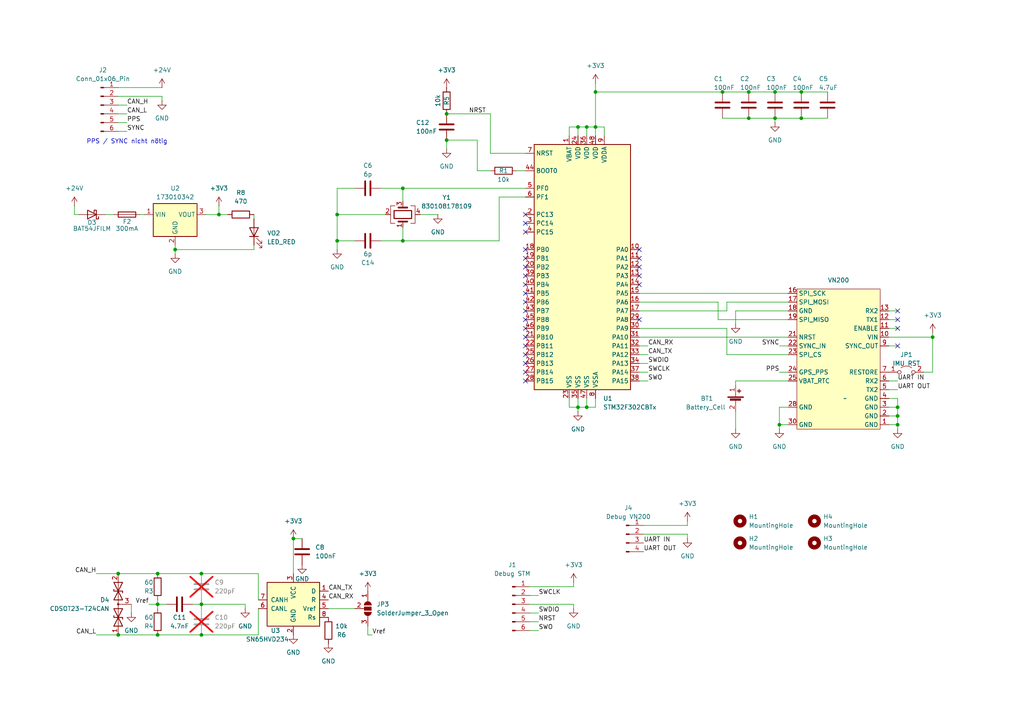
<source format=kicad_sch>
(kicad_sch (version 20231120) (generator "eeschema") (generator_version "8.0")
  (paper "A4")
  (lib_symbols
    (symbol "Connector:Conn_01x04_Pin" (pin_names (offset 1.016) hide)
      (property "Reference" "J" (at 0 5.08 0))
      (property "Value" "Conn_01x04_Pin" (at 0 -7.62 0))
      (symbol "Conn_01x04_Pin_1_1"
        (polyline (pts (xy 1.27 -5.08) (xy 0.8636 -5.08)) (stroke (width 0.1524)))
        (polyline (pts (xy 1.27 -2.54) (xy 0.8636 -2.54)) (stroke (width 0.1524)))
        (polyline (pts (xy 1.27 0) (xy 0.8636 0)) (stroke (width 0.1524)))
        (polyline (pts (xy 1.27 2.54) (xy 0.8636 2.54)) (stroke (width 0.1524)))
        (rectangle (start 0.8636 -4.953) (end 0 -5.207) (stroke (width 0.1524)) (fill (type outline)))
        (rectangle (start 0.8636 -2.413) (end 0 -2.667) (stroke (width 0.1524)) (fill (type outline)))
        (rectangle (start 0.8636 0.127) (end 0 -0.127) (stroke (width 0.1524)) (fill (type outline)))
        (rectangle (start 0.8636 2.667) (end 0 2.413) (stroke (width 0.1524)) (fill (type outline)))
        (pin passive line (at 5.08 2.54 180) (length 3.81) (name "Pin_1") (number "1"))
        (pin passive line (at 5.08 0 180) (length 3.81) (name "Pin_2") (number "2"))
        (pin passive line (at 5.08 -2.54 180) (length 3.81) (name "Pin_3") (number "3"))
        (pin passive line (at 5.08 -5.08 180) (length 3.81) (name "Pin_4") (number "4"))
      )
    )
    (symbol "Connector:Conn_01x06_Pin" (pin_names (offset 1.016) hide)
      (property "Reference" "J" (at 0 7.62 0))
      (property "Value" "Conn_01x06_Pin" (at 0 -10.16 0))
      (symbol "Conn_01x06_Pin_1_1"
        (polyline (pts (xy 1.27 -7.62) (xy 0.8636 -7.62)) (stroke (width 0.1524)))
        (polyline (pts (xy 1.27 -5.08) (xy 0.8636 -5.08)) (stroke (width 0.1524)))
        (polyline (pts (xy 1.27 -2.54) (xy 0.8636 -2.54)) (stroke (width 0.1524)))
        (polyline (pts (xy 1.27 0) (xy 0.8636 0)) (stroke (width 0.1524)))
        (polyline (pts (xy 1.27 2.54) (xy 0.8636 2.54)) (stroke (width 0.1524)))
        (polyline (pts (xy 1.27 5.08) (xy 0.8636 5.08)) (stroke (width 0.1524)))
        (rectangle (start 0.8636 -7.493) (end 0 -7.747) (stroke (width 0.1524)) (fill (type outline)))
        (rectangle (start 0.8636 -4.953) (end 0 -5.207) (stroke (width 0.1524)) (fill (type outline)))
        (rectangle (start 0.8636 -2.413) (end 0 -2.667) (stroke (width 0.1524)) (fill (type outline)))
        (rectangle (start 0.8636 0.127) (end 0 -0.127) (stroke (width 0.1524)) (fill (type outline)))
        (rectangle (start 0.8636 2.667) (end 0 2.413) (stroke (width 0.1524)) (fill (type outline)))
        (rectangle (start 0.8636 5.207) (end 0 4.953) (stroke (width 0.1524)) (fill (type outline)))
        (pin passive line (at 5.08 5.08 180) (length 3.81) (name "Pin_1") (number "1"))
        (pin passive line (at 5.08 2.54 180) (length 3.81) (name "Pin_2") (number "2"))
        (pin passive line (at 5.08 0 180) (length 3.81) (name "Pin_3") (number "3"))
        (pin passive line (at 5.08 -2.54 180) (length 3.81) (name "Pin_4") (number "4"))
        (pin passive line (at 5.08 -5.08 180) (length 3.81) (name "Pin_5") (number "5"))
        (pin passive line (at 5.08 -7.62 180) (length 3.81) (name "Pin_6") (number "6"))
      )
    )
    (symbol "Device:Battery_Cell" (pin_names (offset 0) hide)
      (property "Reference" "BT" (at 2.54 2.54 0))
      (property "Value" "Battery_Cell" (at 2.54 0 0))
      (symbol "Battery_Cell_0_1"
        (rectangle (start -2.286 1.778) (end 2.286 1.524) (fill (type outline)))
        (rectangle (start -1.5748 1.1938) (end 1.4732 0.6858) (fill (type outline)))
        (polyline (pts (xy 0 0.762) (xy 0 0)))
        (polyline (pts (xy 0 1.778) (xy 0 2.54)))
        (polyline (pts (xy 0.508 3.429) (xy 1.524 3.429)) (stroke (width 0.254)))
        (polyline (pts (xy 1.016 3.937) (xy 1.016 2.921)) (stroke (width 0.254)))
      )
      (symbol "Battery_Cell_1_1"
        (pin passive line (at 0 5.08 270) (length 2.54) (name "+") (number "1"))
        (pin passive line (at 0 -2.54 90) (length 2.54) (name "-") (number "2"))
      )
    )
    (symbol "Device:C" (pin_numbers hide) (pin_names (offset 0.254))
      (property "Reference" "C" (at 0.635 2.54 0))
      (property "Value" "C" (at 0.635 -2.54 0))
      (symbol "C_0_1"
        (polyline (pts (xy -2.032 -0.762) (xy 2.032 -0.762)) (stroke (width 0.508)))
        (polyline (pts (xy -2.032 0.762) (xy 2.032 0.762)) (stroke (width 0.508)))
      )
      (symbol "C_1_1"
        (pin passive line (at 0 3.81 270) (length 2.794) (name "~") (number "1"))
        (pin passive line (at 0 -3.81 90) (length 2.794) (name "~") (number "2"))
      )
    )
    (symbol "Device:D_Schottky" (pin_numbers hide) (pin_names (offset 1.016) hide)
      (property "Reference" "D" (at 0 2.54 0))
      (property "Value" "D_Schottky" (at 0 -2.54 0))
      (symbol "D_Schottky_0_1"
        (polyline (pts (xy 1.27 0) (xy -1.27 0)))
        (polyline (pts (xy 1.27 1.27) (xy 1.27 -1.27) (xy -1.27 0) (xy 1.27 1.27)) (stroke (width 0.254)))
        (polyline (pts (xy -1.905 0.635) (xy -1.905 1.27) (xy -1.27 1.27) (xy -1.27 -1.27) (xy -0.635 -1.27) (xy -0.635 -0.635)) (stroke (width 0.254)))
      )
      (symbol "D_Schottky_1_1"
        (pin passive line (at -3.81 0 0) (length 2.54) (name "K") (number "1"))
        (pin passive line (at 3.81 0 180) (length 2.54) (name "A") (number "2"))
      )
    )
    (symbol "Device:D_TVS_Dual_AAC" (pin_names (offset 1.016) hide)
      (property "Reference" "D" (at 0 4.445 0))
      (property "Value" "D_TVS_Dual_AAC" (at 0 2.54 0))
      (symbol "D_TVS_Dual_AAC_0_0"
        (polyline (pts (xy 0 -1.27) (xy 0 0)))
      )
      (symbol "D_TVS_Dual_AAC_0_1"
        (polyline (pts (xy -6.35 0) (xy 6.35 0)))
        (polyline (pts (xy -3.302 1.27) (xy -3.81 1.27) (xy -3.81 -1.27) (xy -4.318 -1.27)) (stroke (width 0.254)))
        (polyline (pts (xy 4.318 1.27) (xy 3.81 1.27) (xy 3.81 -1.27) (xy 3.302 -1.27)) (stroke (width 0.254)))
        (polyline (pts (xy -6.35 1.27) (xy -1.27 -1.27) (xy -1.27 1.27) (xy -6.35 -1.27) (xy -6.35 1.27)) (stroke (width 0.254)))
        (polyline (pts (xy 6.35 1.27) (xy 1.27 -1.27) (xy 1.27 1.27) (xy 6.35 -1.27) (xy 6.35 1.27)) (stroke (width 0.254)))
        (circle (center 0 0) (radius 0.254) (fill (type outline)))
      )
      (symbol "D_TVS_Dual_AAC_1_1"
        (pin passive line (at -8.89 0 0) (length 2.54) (name "A1") (number "1"))
        (pin passive line (at 8.89 0 180) (length 2.54) (name "A2") (number "2"))
        (pin input line (at 0 -3.81 90) (length 2.54) (name "common") (number "3"))
      )
    )
    (symbol "Device:Fuse" (pin_numbers hide) (pin_names (offset 0))
      (property "Reference" "F" (at 2.032 0 90))
      (property "Value" "Fuse" (at -1.905 0 90))
      (symbol "Fuse_0_1"
        (rectangle (start -0.762 -2.54) (end 0.762 2.54) (stroke (width 0.254)))
        (polyline (pts (xy 0 2.54) (xy 0 -2.54)))
      )
      (symbol "Fuse_1_1"
        (pin passive line (at 0 3.81 270) (length 1.27) (name "~") (number "1"))
        (pin passive line (at 0 -3.81 90) (length 1.27) (name "~") (number "2"))
      )
    )
    (symbol "Device:LED" (pin_numbers hide) (pin_names (offset 1.016) hide)
      (property "Reference" "D" (at 0 2.54 0))
      (property "Value" "LED" (at 0 -2.54 0))
      (symbol "LED_0_1"
        (polyline (pts (xy -1.27 -1.27) (xy -1.27 1.27)) (stroke (width 0.254)))
        (polyline (pts (xy -1.27 0) (xy 1.27 0)))
        (polyline (pts (xy 1.27 -1.27) (xy 1.27 1.27) (xy -1.27 0) (xy 1.27 -1.27)) (stroke (width 0.254)))
        (polyline (pts (xy -3.048 -0.762) (xy -4.572 -2.286) (xy -3.81 -2.286) (xy -4.572 -2.286) (xy -4.572 -1.524)))
        (polyline (pts (xy -1.778 -0.762) (xy -3.302 -2.286) (xy -2.54 -2.286) (xy -3.302 -2.286) (xy -3.302 -1.524)))
      )
      (symbol "LED_1_1"
        (pin passive line (at -3.81 0 0) (length 2.54) (name "K") (number "1"))
        (pin passive line (at 3.81 0 180) (length 2.54) (name "A") (number "2"))
      )
    )
    (symbol "Device:R" (pin_numbers hide) (pin_names (offset 0))
      (property "Reference" "R" (at 2.032 0 90))
      (property "Value" "R" (at 0 0 90))
      (symbol "R_0_1"
        (rectangle (start -1.016 -2.54) (end 1.016 2.54) (stroke (width 0.254)))
      )
      (symbol "R_1_1"
        (pin passive line (at 0 3.81 270) (length 1.27) (name "~") (number "1"))
        (pin passive line (at 0 -3.81 90) (length 1.27) (name "~") (number "2"))
      )
    )
    (symbol "FaSTTUBe_Crystals:830108178109" (pin_names (offset 1.016) hide)
      (property "Reference" "Y" (at 3.175 5.08 0))
      (property "Value" "830108178109" (at 3.175 3.175 0))
      (symbol "830108178109_0_1"
        (rectangle (start -1.143 2.54) (end 1.143 -2.54) (stroke (width 0.3048)))
        (polyline (pts (xy -2.54 0) (xy -2.032 0)))
        (polyline (pts (xy -2.032 -1.27) (xy -2.032 1.27)) (stroke (width 0.508)))
        (polyline (pts (xy 0 -3.81) (xy 0 -3.556)))
        (polyline (pts (xy 0 3.556) (xy 0 3.81)))
        (polyline (pts (xy 2.032 -1.27) (xy 2.032 1.27)) (stroke (width 0.508)))
        (polyline (pts (xy 2.032 0) (xy 2.54 0)))
        (polyline (pts (xy -2.54 -2.286) (xy -2.54 -3.556) (xy 2.54 -3.556) (xy 2.54 -2.286)))
        (polyline (pts (xy -2.54 2.286) (xy -2.54 3.556) (xy 2.54 3.556) (xy 2.54 2.286)))
      )
      (symbol "830108178109_1_1"
        (pin passive line (at -3.81 0 0) (length 1.27) (name "1") (number "1"))
        (pin passive line (at 0 5.08 270) (length 1.27) (name "2") (number "2"))
        (pin passive line (at 3.81 0 180) (length 1.27) (name "3") (number "3"))
        (pin passive line (at 0 -5.08 90) (length 1.27) (name "4") (number "4"))
      )
    )
    (symbol "FaSTTUBe_Voltage_Regulators:173010342"
      (property "Reference" "U" (at -1.27 7.874 0))
      (property "Value" "173010342" (at -5.588 6.096 0))
      (symbol "173010342_0_1"
        (rectangle (start -6.35 4.445) (end 6.35 -5.08) (stroke (width 0.254)) (fill (type background)))
      )
      (symbol "173010342_1_1"
        (pin power_in line (at -8.89 1.27 0) (length 2.54) (name "VIN") (number "1"))
        (pin power_in line (at 0 -7.62 90) (length 2.54) (name "GND") (number "2"))
        (pin power_out line (at 8.89 1.27 180) (length 2.54) (name "VOUT") (number "3"))
      )
    )
    (symbol "GND_2" (power) (pin_numbers hide) (pin_names (offset 0) hide)
      (property "Value" "GND" (at 0 -3.81 0))
      (symbol "GND_2_0_1"
        (polyline (pts (xy 0 0) (xy 0 -1.27) (xy 1.27 -1.27) (xy 0 -2.54) (xy -1.27 -1.27) (xy 0 -1.27)))
      )
      (symbol "GND_2_1_1"
        (pin power_in line (at 0 0 270) (length 0) (name "~") (number "1"))
      )
    )
    (symbol "IMUs:VN-200"
      (property "Reference" "VN200" (at -0.635 22.86 0))
      (property "Value" "~" (at 1.27 -11.43 0))
      (symbol "VN-200_1_1"
        (rectangle (start -12.7 20.32) (end 11.43 -20.32) (fill (type background)))
        (pin power_in line (at 13.97 -19.05 180) (length 2.54) (name "GND") (number "1"))
        (pin power_in line (at 13.97 6.35 180) (length 2.54) (name "VIN") (number "10"))
        (pin input line (at 13.97 8.89 180) (length 2.54) (name "ENABLE") (number "11"))
        (pin output line (at 13.97 11.43 180) (length 2.54) (name "TX1") (number "12"))
        (pin input line (at 13.97 13.97 180) (length 2.54) (name "RX2") (number "13"))
        (pin input line (at -15.24 19.05 0) (length 2.54) (name "SPI_SCK") (number "16"))
        (pin input line (at -15.24 16.51 0) (length 2.54) (name "SPI_MOSI") (number "17"))
        (pin power_in line (at -15.24 13.97 0) (length 2.54) (name "GND") (number "18"))
        (pin output line (at -15.24 11.43 0) (length 2.54) (name "SPI_MISO") (number "19"))
        (pin power_in line (at 13.97 -16.51 180) (length 2.54) (name "GND") (number "2"))
        (pin input line (at -15.24 6.35 0) (length 2.54) (name "NRST") (number "21"))
        (pin input line (at -15.24 3.81 0) (length 2.54) (name "SYNC_IN") (number "22"))
        (pin input line (at -15.24 1.27 0) (length 2.54) (name "SPI_CS") (number "23"))
        (pin output line (at -15.24 -3.81 0) (length 2.54) (name "GPS_PPS") (number "24"))
        (pin power_in line (at -15.24 -6.35 0) (length 2.54) (name "VBAT_RTC") (number "25"))
        (pin power_in line (at -15.24 -13.97 0) (length 2.54) (name "GND") (number "28"))
        (pin power_in line (at 13.97 -13.97 180) (length 2.54) (name "GND") (number "3"))
        (pin power_in line (at -15.24 -19.05 0) (length 2.54) (name "GND") (number "30"))
        (pin power_in line (at 13.97 -11.43 180) (length 2.54) (name "GND") (number "4"))
        (pin output line (at 13.97 -8.89 180) (length 2.54) (name "TX2") (number "5"))
        (pin input line (at 13.97 -6.35 180) (length 2.54) (name "RX2") (number "6"))
        (pin input line (at 13.97 -3.81 180) (length 2.54) (name "RESTORE") (number "7"))
        (pin output line (at 13.97 3.81 180) (length 2.54) (name "SYNC_OUT") (number "9"))
      )
    )
    (symbol "Interface_CAN_LIN:SN65HVD231" (pin_names (offset 1.016))
      (property "Reference" "U" (at -2.54 10.16 0))
      (property "Value" "SN65HVD231" (at -2.54 7.62 0))
      (symbol "SN65HVD231_0_1"
        (rectangle (start -7.62 5.08) (end 7.62 -7.62) (stroke (width 0.254)) (fill (type background)))
      )
      (symbol "SN65HVD231_1_1"
        (pin input line (at -10.16 2.54 0) (length 2.54) (name "D") (number "1"))
        (pin power_in line (at 0 -10.16 90) (length 2.54) (name "GND") (number "2"))
        (pin power_in line (at 0 7.62 270) (length 2.54) (name "VCC") (number "3"))
        (pin output line (at -10.16 0 0) (length 2.54) (name "R") (number "4"))
        (pin output line (at -10.16 -2.54 0) (length 2.54) (name "Vref") (number "5"))
        (pin bidirectional line (at 10.16 -2.54 180) (length 2.54) (name "CANL") (number "6"))
        (pin bidirectional line (at 10.16 0 180) (length 2.54) (name "CANH") (number "7"))
        (pin input line (at -10.16 -5.08 0) (length 2.54) (name "Rs") (number "8"))
      )
    )
    (symbol "Jumper:Jumper_2_Open" (pin_names (offset 0) hide)
      (property "Reference" "JP" (at 0 2.794 0))
      (property "Value" "Jumper_2_Open" (at 0 -2.286 0))
      (symbol "Jumper_2_Open_0_0"
        (circle (center -2.032 0) (radius 0.508))
        (circle (center 2.032 0) (radius 0.508))
      )
      (symbol "Jumper_2_Open_0_1"
        (arc (start 1.524 1.27) (mid 0 1.778) (end -1.524 1.27))
      )
      (symbol "Jumper_2_Open_1_1"
        (pin passive line (at -5.08 0 0) (length 2.54) (name "A") (number "1"))
        (pin passive line (at 5.08 0 180) (length 2.54) (name "B") (number "2"))
      )
    )
    (symbol "Jumper:SolderJumper_3_Open" (pin_names (offset 0) hide)
      (property "Reference" "JP" (at -2.54 -2.54 0))
      (property "Value" "SolderJumper_3_Open" (at 0 2.794 0))
      (symbol "SolderJumper_3_Open_0_1"
        (arc (start -1.016 1.016) (mid -2.0276 0) (end -1.016 -1.016))
        (arc (start -1.016 1.016) (mid -2.0276 0) (end -1.016 -1.016) (fill (type outline)))
        (rectangle (start -0.508 1.016) (end 0.508 -1.016) (fill (type outline)))
        (polyline (pts (xy -2.54 0) (xy -2.032 0)))
        (polyline (pts (xy -1.016 1.016) (xy -1.016 -1.016)))
        (polyline (pts (xy 0 -1.27) (xy 0 -1.016)))
        (polyline (pts (xy 1.016 1.016) (xy 1.016 -1.016)))
        (polyline (pts (xy 2.54 0) (xy 2.032 0)))
        (arc (start 1.016 -1.016) (mid 2.0276 0) (end 1.016 1.016))
        (arc (start 1.016 -1.016) (mid 2.0276 0) (end 1.016 1.016) (fill (type outline)))
      )
      (symbol "SolderJumper_3_Open_1_1"
        (pin passive line (at -5.08 0 0) (length 2.54) (name "A") (number "1"))
        (pin passive line (at 0 -3.81 90) (length 2.54) (name "C") (number "2"))
        (pin passive line (at 5.08 0 180) (length 2.54) (name "B") (number "3"))
      )
    )
    (symbol "MCU_ST_STM32F3:STM32F302CBTx"
      (property "Reference" "U" (at -15.24 36.83 0))
      (property "Value" "STM32F302CBTx" (at 7.62 36.83 0))
      (symbol "STM32F302CBTx_0_1"
        (rectangle (start -15.24 -35.56) (end 12.7 35.56) (stroke (width 0.254)) (fill (type background)))
      )
      (symbol "STM32F302CBTx_1_1"
        (pin power_in line (at -5.08 38.1 270) (length 2.54) (name "VBAT") (number "1"))
        (pin bidirectional line (at 15.24 5.08 180) (length 2.54) (name "PA0") (number "10"))
        (pin bidirectional line (at 15.24 2.54 180) (length 2.54) (name "PA1") (number "11"))
        (pin bidirectional line (at 15.24 0 180) (length 2.54) (name "PA2") (number "12"))
        (pin bidirectional line (at 15.24 -2.54 180) (length 2.54) (name "PA3") (number "13"))
        (pin bidirectional line (at 15.24 -5.08 180) (length 2.54) (name "PA4") (number "14"))
        (pin bidirectional line (at 15.24 -7.62 180) (length 2.54) (name "PA5") (number "15"))
        (pin bidirectional line (at 15.24 -10.16 180) (length 2.54) (name "PA6") (number "16"))
        (pin bidirectional line (at 15.24 -12.7 180) (length 2.54) (name "PA7") (number "17"))
        (pin bidirectional line (at -17.78 5.08 0) (length 2.54) (name "PB0") (number "18"))
        (pin bidirectional line (at -17.78 2.54 0) (length 2.54) (name "PB1") (number "19"))
        (pin bidirectional line (at -17.78 15.24 0) (length 2.54) (name "PC13") (number "2"))
        (pin bidirectional line (at -17.78 0 0) (length 2.54) (name "PB2") (number "20"))
        (pin bidirectional line (at -17.78 -20.32 0) (length 2.54) (name "PB10") (number "21"))
        (pin bidirectional line (at -17.78 -22.86 0) (length 2.54) (name "PB11") (number "22"))
        (pin power_in line (at -5.08 -38.1 90) (length 2.54) (name "VSS") (number "23"))
        (pin power_in line (at -2.54 38.1 270) (length 2.54) (name "VDD") (number "24"))
        (pin bidirectional line (at -17.78 -25.4 0) (length 2.54) (name "PB12") (number "25"))
        (pin bidirectional line (at -17.78 -27.94 0) (length 2.54) (name "PB13") (number "26"))
        (pin bidirectional line (at -17.78 -30.48 0) (length 2.54) (name "PB14") (number "27"))
        (pin bidirectional line (at -17.78 -33.02 0) (length 2.54) (name "PB15") (number "28"))
        (pin bidirectional line (at 15.24 -15.24 180) (length 2.54) (name "PA8") (number "29"))
        (pin bidirectional line (at -17.78 12.7 0) (length 2.54) (name "PC14") (number "3"))
        (pin bidirectional line (at 15.24 -17.78 180) (length 2.54) (name "PA9") (number "30"))
        (pin bidirectional line (at 15.24 -20.32 180) (length 2.54) (name "PA10") (number "31"))
        (pin bidirectional line (at 15.24 -22.86 180) (length 2.54) (name "PA11") (number "32"))
        (pin bidirectional line (at 15.24 -25.4 180) (length 2.54) (name "PA12") (number "33"))
        (pin bidirectional line (at 15.24 -27.94 180) (length 2.54) (name "PA13") (number "34"))
        (pin power_in line (at -2.54 -38.1 90) (length 2.54) (name "VSS") (number "35"))
        (pin power_in line (at 0 38.1 270) (length 2.54) (name "VDD") (number "36"))
        (pin bidirectional line (at 15.24 -30.48 180) (length 2.54) (name "PA14") (number "37"))
        (pin bidirectional line (at 15.24 -33.02 180) (length 2.54) (name "PA15") (number "38"))
        (pin bidirectional line (at -17.78 -2.54 0) (length 2.54) (name "PB3") (number "39"))
        (pin bidirectional line (at -17.78 10.16 0) (length 2.54) (name "PC15") (number "4"))
        (pin bidirectional line (at -17.78 -5.08 0) (length 2.54) (name "PB4") (number "40"))
        (pin bidirectional line (at -17.78 -7.62 0) (length 2.54) (name "PB5") (number "41"))
        (pin bidirectional line (at -17.78 -10.16 0) (length 2.54) (name "PB6") (number "42"))
        (pin bidirectional line (at -17.78 -12.7 0) (length 2.54) (name "PB7") (number "43"))
        (pin input line (at -17.78 27.94 0) (length 2.54) (name "BOOT0") (number "44"))
        (pin bidirectional line (at -17.78 -15.24 0) (length 2.54) (name "PB8") (number "45"))
        (pin bidirectional line (at -17.78 -17.78 0) (length 2.54) (name "PB9") (number "46"))
        (pin power_in line (at 0 -38.1 90) (length 2.54) (name "VSS") (number "47"))
        (pin power_in line (at 2.54 38.1 270) (length 2.54) (name "VDD") (number "48"))
        (pin input line (at -17.78 22.86 0) (length 2.54) (name "PF0") (number "5"))
        (pin input line (at -17.78 20.32 0) (length 2.54) (name "PF1") (number "6"))
        (pin input line (at -17.78 33.02 0) (length 2.54) (name "NRST") (number "7"))
        (pin power_in line (at 2.54 -38.1 90) (length 2.54) (name "VSSA") (number "8"))
        (pin power_in line (at 5.08 38.1 270) (length 2.54) (name "VDDA") (number "9"))
      )
    )
    (symbol "Mechanical:MountingHole" (pin_names (offset 1.016)) (exclude_from_sim yes) (in_bom no)
      (property "Reference" "H" (at 0 5.08 0))
      (property "Value" "MountingHole" (at 0 3.175 0))
      (symbol "MountingHole_0_1"
        (circle (center 0 0) (radius 1.27) (stroke (width 1.27)))
      )
    )
    (symbol "power:+24V" (power) (pin_numbers hide) (pin_names (offset 0) hide)
      (property "Value" "+24V" (at 0 3.556 0))
      (symbol "+24V_0_1"
        (polyline (pts (xy -0.762 1.27) (xy 0 2.54)))
        (polyline (pts (xy 0 0) (xy 0 2.54)))
        (polyline (pts (xy 0 2.54) (xy 0.762 1.27)))
      )
      (symbol "+24V_1_1"
        (pin power_in line (at 0 0 90) (length 0) (name "~") (number "1"))
      )
    )
    (symbol "power:+3V3" (power) (pin_numbers hide) (pin_names (offset 0) hide)
      (property "Value" "+3V3" (at 0 3.556 0))
      (symbol "+3V3_0_1"
        (polyline (pts (xy -0.762 1.27) (xy 0 2.54)))
        (polyline (pts (xy 0 0) (xy 0 2.54)))
        (polyline (pts (xy 0 2.54) (xy 0.762 1.27)))
      )
      (symbol "+3V3_1_1"
        (pin power_in line (at 0 0 90) (length 0) (name "~") (number "1"))
      )
    )
  )
  (junction (at 129.54 33.02))
  (junction (at 217.17 34.29))
  (junction (at 170.18 36.83))
  (junction (at 45.72 184.15))
  (junction (at 226.06 123.19))
  (junction (at 34.29 166.37))
  (junction (at 172.72 36.83))
  (junction (at 170.18 118.11))
  (junction (at 45.72 166.37))
  (junction (at 172.72 26.67))
  (junction (at 45.72 175.26))
  (junction (at 167.64 118.11))
  (junction (at 58.42 175.26))
  (junction (at 50.8 72.39))
  (junction (at 260.35 123.19))
  (junction (at 58.42 184.15))
  (junction (at 167.64 36.83))
  (junction (at 129.54 40.64))
  (junction (at 97.79 69.85))
  (junction (at 224.79 26.67))
  (junction (at 270.51 97.79))
  (junction (at 34.29 184.15))
  (junction (at 85.09 156.21))
  (junction (at 217.17 26.67))
  (junction (at 232.41 26.67))
  (junction (at 209.55 26.67))
  (junction (at 224.79 34.29))
  (junction (at 116.84 54.61))
  (junction (at 260.35 120.65))
  (junction (at 260.35 118.11))
  (junction (at 97.79 62.23))
  (junction (at 58.42 166.37))
  (junction (at 63.5 62.23))
  (junction (at 116.84 69.85))
  (junction (at 232.41 34.29))
  (no_connect (at 152.4 105.41))
  (no_connect (at 152.4 74.93))
  (no_connect (at 152.4 102.87))
  (no_connect (at 185.42 77.47))
  (no_connect (at 152.4 110.49))
  (no_connect (at 260.35 90.17))
  (no_connect (at 152.4 92.71))
  (no_connect (at 152.4 100.33))
  (no_connect (at 152.4 95.25))
  (no_connect (at 152.4 87.63))
  (no_connect (at 152.4 80.01))
  (no_connect (at 260.35 100.33))
  (no_connect (at 152.4 62.23))
  (no_connect (at 152.4 64.77))
  (no_connect (at 152.4 67.31))
  (no_connect (at 185.42 92.71))
  (no_connect (at 152.4 77.47))
  (no_connect (at 185.42 80.01))
  (no_connect (at 152.4 107.95))
  (no_connect (at 185.42 74.93))
  (no_connect (at 152.4 72.39))
  (no_connect (at 152.4 90.17))
  (no_connect (at 152.4 85.09))
  (no_connect (at 185.42 82.55))
  (no_connect (at 185.42 72.39))
  (no_connect (at 260.35 92.71))
  (no_connect (at 152.4 82.55))
  (no_connect (at 152.4 97.79))
  (no_connect (at 260.35 95.25))
  (wire (pts (xy 106.68 184.15) (xy 106.68 181.61)))
  (wire (pts (xy 116.84 69.85) (xy 144.78 69.85)))
  (wire (pts (xy 138.43 49.53) (xy 142.24 49.53)))
  (wire (pts (xy 260.35 123.19) (xy 260.35 120.65)))
  (wire (pts (xy 210.82 102.87) (xy 228.6 102.87)))
  (wire (pts (xy 74.93 173.99) (xy 74.93 166.37)))
  (wire (pts (xy 45.72 184.15) (xy 58.42 184.15)))
  (wire (pts (xy 210.82 87.63) (xy 228.6 87.63)))
  (wire (pts (xy 74.93 166.37) (xy 58.42 166.37)))
  (wire (pts (xy 73.66 72.39) (xy 73.66 71.12)))
  (wire (pts (xy 149.86 49.53) (xy 152.4 49.53)))
  (wire (pts (xy 170.18 36.83) (xy 170.18 39.37)))
  (wire (pts (xy 95.25 176.53) (xy 102.87 176.53)))
  (wire (pts (xy 186.69 154.94) (xy 199.39 154.94)))
  (wire (pts (xy 43.18 175.26) (xy 45.72 175.26)))
  (wire (pts (xy 142.24 44.45) (xy 152.4 44.45)))
  (wire (pts (xy 34.29 25.4) (xy 46.99 25.4)))
  (wire (pts (xy 121.92 62.23) (xy 127 62.23)))
  (wire (pts (xy 257.81 97.79) (xy 270.51 97.79)))
  (wire (pts (xy 185.42 95.25) (xy 210.82 95.25)))
  (wire (pts (xy 116.84 54.61) (xy 116.84 58.42)))
  (wire (pts (xy 170.18 36.83) (xy 172.72 36.83)))
  (wire (pts (xy 97.79 62.23) (xy 111.76 62.23)))
  (wire (pts (xy 217.17 34.29) (xy 224.79 34.29)))
  (wire (pts (xy 232.41 34.29) (xy 240.03 34.29)))
  (wire (pts (xy 170.18 118.11) (xy 170.18 115.57)))
  (wire (pts (xy 208.28 87.63) (xy 208.28 92.71)))
  (wire (pts (xy 260.35 100.33) (xy 257.81 100.33)))
  (wire (pts (xy 27.94 184.15) (xy 34.29 184.15)))
  (wire (pts (xy 97.79 69.85) (xy 97.79 72.39)))
  (wire (pts (xy 185.42 85.09) (xy 228.6 85.09)))
  (wire (pts (xy 199.39 154.94) (xy 199.39 156.21)))
  (wire (pts (xy 267.97 107.95) (xy 270.51 107.95)))
  (wire (pts (xy 270.51 107.95) (xy 270.51 97.79)))
  (wire (pts (xy 217.17 26.67) (xy 224.79 26.67)))
  (wire (pts (xy 34.29 166.37) (xy 45.72 166.37)))
  (wire (pts (xy 66.04 62.23) (xy 63.5 62.23)))
  (wire (pts (xy 50.8 73.66) (xy 50.8 72.39)))
  (wire (pts (xy 210.82 95.25) (xy 210.82 102.87)))
  (wire (pts (xy 73.66 63.5) (xy 73.66 62.23)))
  (wire (pts (xy 226.06 123.19) (xy 228.6 123.19)))
  (wire (pts (xy 199.39 151.13) (xy 199.39 152.4)))
  (wire (pts (xy 228.6 118.11) (xy 226.06 118.11)))
  (wire (pts (xy 46.99 29.21) (xy 46.99 27.94)))
  (wire (pts (xy 170.18 118.11) (xy 172.72 118.11)))
  (wire (pts (xy 50.8 72.39) (xy 73.66 72.39)))
  (wire (pts (xy 172.72 118.11) (xy 172.72 115.57)))
  (wire (pts (xy 165.1 36.83) (xy 167.64 36.83)))
  (wire (pts (xy 27.94 166.37) (xy 34.29 166.37)))
  (wire (pts (xy 185.42 90.17) (xy 210.82 90.17)))
  (wire (pts (xy 224.79 26.67) (xy 232.41 26.67)))
  (wire (pts (xy 232.41 26.67) (xy 240.03 26.67)))
  (wire (pts (xy 187.96 100.33) (xy 185.42 100.33)))
  (wire (pts (xy 50.8 72.39) (xy 50.8 71.12)))
  (wire (pts (xy 167.64 36.83) (xy 167.64 39.37)))
  (wire (pts (xy 85.09 156.21) (xy 85.09 166.37)))
  (wire (pts (xy 187.96 105.41) (xy 185.42 105.41)))
  (wire (pts (xy 260.35 90.17) (xy 257.81 90.17)))
  (wire (pts (xy 153.67 175.26) (xy 166.37 175.26)))
  (wire (pts (xy 187.96 110.49) (xy 185.42 110.49)))
  (wire (pts (xy 45.72 166.37) (xy 58.42 166.37)))
  (wire (pts (xy 187.96 107.95) (xy 185.42 107.95)))
  (wire (pts (xy 36.83 35.56) (xy 34.29 35.56)))
  (wire (pts (xy 74.93 176.53) (xy 74.93 184.15)))
  (wire (pts (xy 85.09 156.21) (xy 87.63 156.21)))
  (wire (pts (xy 116.84 66.04) (xy 116.84 69.85)))
  (wire (pts (xy 129.54 43.18) (xy 129.54 40.64)))
  (wire (pts (xy 175.26 36.83) (xy 175.26 39.37)))
  (wire (pts (xy 228.6 90.17) (xy 213.36 90.17)))
  (wire (pts (xy 172.72 36.83) (xy 172.72 39.37)))
  (wire (pts (xy 257.81 95.25) (xy 260.35 95.25)))
  (wire (pts (xy 21.59 62.23) (xy 22.86 62.23)))
  (wire (pts (xy 213.36 110.49) (xy 228.6 110.49)))
  (wire (pts (xy 97.79 62.23) (xy 97.79 69.85)))
  (wire (pts (xy 107.95 184.15) (xy 106.68 184.15)))
  (wire (pts (xy 213.36 111.76) (xy 213.36 110.49)))
  (wire (pts (xy 63.5 59.69) (xy 63.5 62.23)))
  (wire (pts (xy 129.54 40.64) (xy 138.43 40.64)))
  (wire (pts (xy 260.35 92.71) (xy 257.81 92.71)))
  (wire (pts (xy 138.43 40.64) (xy 138.43 49.53)))
  (wire (pts (xy 213.36 119.38) (xy 213.36 124.46)))
  (wire (pts (xy 185.42 87.63) (xy 208.28 87.63)))
  (wire (pts (xy 46.99 27.94) (xy 34.29 27.94)))
  (wire (pts (xy 226.06 100.33) (xy 228.6 100.33)))
  (wire (pts (xy 224.79 34.29) (xy 232.41 34.29)))
  (wire (pts (xy 40.64 62.23) (xy 41.91 62.23)))
  (wire (pts (xy 36.83 30.48) (xy 34.29 30.48)))
  (wire (pts (xy 144.78 57.15) (xy 152.4 57.15)))
  (wire (pts (xy 36.83 33.02) (xy 34.29 33.02)))
  (wire (pts (xy 71.12 176.53) (xy 71.12 175.26)))
  (wire (pts (xy 34.29 184.15) (xy 45.72 184.15)))
  (wire (pts (xy 59.69 62.23) (xy 63.5 62.23)))
  (wire (pts (xy 110.49 54.61) (xy 116.84 54.61)))
  (wire (pts (xy 224.79 35.56) (xy 224.79 34.29)))
  (wire (pts (xy 260.35 120.65) (xy 260.35 118.11)))
  (wire (pts (xy 210.82 90.17) (xy 210.82 87.63)))
  (wire (pts (xy 213.36 90.17) (xy 213.36 93.98)))
  (wire (pts (xy 166.37 168.91) (xy 166.37 170.18)))
  (wire (pts (xy 226.06 107.95) (xy 228.6 107.95)))
  (wire (pts (xy 167.64 36.83) (xy 170.18 36.83)))
  (wire (pts (xy 260.35 124.46) (xy 260.35 123.19)))
  (wire (pts (xy 142.24 33.02) (xy 129.54 33.02)))
  (wire (pts (xy 172.72 26.67) (xy 172.72 36.83)))
  (wire (pts (xy 110.49 69.85) (xy 116.84 69.85)))
  (wire (pts (xy 167.64 119.38) (xy 167.64 118.11)))
  (wire (pts (xy 142.24 44.45) (xy 142.24 33.02)))
  (wire (pts (xy 172.72 26.67) (xy 209.55 26.67)))
  (wire (pts (xy 187.96 102.87) (xy 185.42 102.87)))
  (wire (pts (xy 172.72 24.13) (xy 172.72 26.67)))
  (wire (pts (xy 257.81 120.65) (xy 260.35 120.65)))
  (wire (pts (xy 55.88 175.26) (xy 58.42 175.26)))
  (wire (pts (xy 97.79 69.85) (xy 102.87 69.85)))
  (wire (pts (xy 208.28 92.71) (xy 228.6 92.71)))
  (wire (pts (xy 97.79 54.61) (xy 97.79 62.23)))
  (wire (pts (xy 45.72 173.99) (xy 45.72 175.26)))
  (wire (pts (xy 226.06 124.46) (xy 226.06 123.19)))
  (wire (pts (xy 116.84 54.61) (xy 152.4 54.61)))
  (wire (pts (xy 153.67 177.8) (xy 156.21 177.8)))
  (wire (pts (xy 260.35 113.03) (xy 257.81 113.03)))
  (wire (pts (xy 257.81 123.19) (xy 260.35 123.19)))
  (wire (pts (xy 165.1 118.11) (xy 165.1 115.57)))
  (wire (pts (xy 45.72 176.53) (xy 45.72 175.26)))
  (wire (pts (xy 199.39 152.4) (xy 186.69 152.4)))
  (wire (pts (xy 165.1 118.11) (xy 167.64 118.11)))
  (wire (pts (xy 144.78 69.85) (xy 144.78 57.15)))
  (wire (pts (xy 209.55 34.29) (xy 217.17 34.29)))
  (wire (pts (xy 36.83 38.1) (xy 34.29 38.1)))
  (wire (pts (xy 45.72 175.26) (xy 48.26 175.26)))
  (wire (pts (xy 175.26 36.83) (xy 172.72 36.83)))
  (wire (pts (xy 167.64 118.11) (xy 167.64 115.57)))
  (wire (pts (xy 74.93 184.15) (xy 58.42 184.15)))
  (wire (pts (xy 165.1 36.83) (xy 165.1 39.37)))
  (wire (pts (xy 58.42 173.99) (xy 58.42 175.26)))
  (wire (pts (xy 166.37 175.26) (xy 166.37 176.53)))
  (wire (pts (xy 21.59 59.69) (xy 21.59 62.23)))
  (wire (pts (xy 226.06 118.11) (xy 226.06 123.19)))
  (wire (pts (xy 156.21 172.72) (xy 153.67 172.72)))
  (wire (pts (xy 102.87 54.61) (xy 97.79 54.61)))
  (wire (pts (xy 167.64 118.11) (xy 170.18 118.11)))
  (wire (pts (xy 153.67 182.88) (xy 156.21 182.88)))
  (wire (pts (xy 71.12 175.26) (xy 58.42 175.26)))
  (wire (pts (xy 260.35 115.57) (xy 257.81 115.57)))
  (wire (pts (xy 257.81 118.11) (xy 260.35 118.11)))
  (wire (pts (xy 185.42 97.79) (xy 228.6 97.79)))
  (wire (pts (xy 260.35 110.49) (xy 257.81 110.49)))
  (wire (pts (xy 38.1 175.26) (xy 38.1 177.8)))
  (wire (pts (xy 58.42 176.53) (xy 58.42 175.26)))
  (wire (pts (xy 270.51 96.52) (xy 270.51 97.79)))
  (wire (pts (xy 30.48 62.23) (xy 33.02 62.23)))
  (wire (pts (xy 166.37 170.18) (xy 153.67 170.18)))
  (wire (pts (xy 260.35 118.11) (xy 260.35 115.57)))
  (wire (pts (xy 209.55 26.67) (xy 217.17 26.67)))
  (wire (pts (xy 153.67 180.34) (xy 156.21 180.34)))
  (text "PPS / SYNC nicht nötig" (at 36.83 41.148 0) (effects (font (size 1.27 1.27))))
  (label "Vref" (at 107.95 184.15 0))
  (label "NRST" (at 156.21 180.34 0))
  (label "CAN_TX" (at 95.25 171.45 0))
  (label "CAN_L" (at 36.83 33.02 0))
  (label "SWO" (at 156.21 182.88 0))
  (label "SWCLK" (at 156.21 172.72 0))
  (label "CAN_H" (at 27.94 166.37 180))
  (label "SYNC" (at 226.06 100.33 180))
  (label "UART IN" (at 260.35 110.49 0))
  (label "PPS" (at 36.83 35.56 0))
  (label "PPS" (at 226.06 107.95 180))
  (label "Vref" (at 43.18 175.26 180))
  (label "CAN_L" (at 27.94 184.15 180))
  (label "SWCLK" (at 187.96 107.95 0))
  (label "CAN_H" (at 36.83 30.48 0))
  (label "UART OUT" (at 260.35 113.03 0))
  (label "SYNC" (at 36.83 38.1 0))
  (label "SWDIO" (at 156.21 177.8 0))
  (label "CAN_RX" (at 95.25 173.99 0))
  (label "CAN_TX" (at 187.96 102.87 0))
  (label "UART OUT" (at 186.69 160.02 0))
  (label "CAN_RX" (at 187.96 100.33 0))
  (label "NRST" (at 140.97 33.02 180))
  (label "UART IN" (at 186.69 157.48 0))
  (label "SWDIO" (at 187.96 105.41 0))
  (label "SWO" (at 187.96 110.49 0))
  (symbol (lib_id "Device:C") (at 232.41 30.48 0) (unit 1)
    (property "Reference" "C4" (at 229.87 22.86 0) (effects (justify left)))
    (property "Value" "100nF" (at 229.87 25.4 0) (effects (justify left)))
    (property "Footprint" "Capacitor_SMD:C_0603_1608Metric_Pad1.08x0.95mm_HandSolder" (effects (hide yes)))
  )
  (symbol (lib_id "Device:C") (at 58.42 170.18 0) (unit 1) (dnp yes)
    (property "Reference" "C9" (at 62.23 168.91 0) (effects (justify left)))
    (property "Value" "220pF" (at 62.23 171.45 0) (effects (justify left)))
    (property "Footprint" "Capacitor_SMD:C_0603_1608Metric_Pad1.08x0.95mm_HandSolder" (effects (hide yes)))
  )
  (symbol (lib_id "Device:C") (at 87.63 160.02 0) (unit 1)
    (property "Reference" "C8" (at 91.44 158.75 0) (effects (justify left)))
    (property "Value" "100nF" (at 91.44 161.29 0) (effects (justify left)))
    (property "Footprint" "Capacitor_SMD:C_0603_1608Metric_Pad1.08x0.95mm_HandSolder" (effects (hide yes)))
  )
  (symbol (lib_id "Device:R") (at 129.54 29.21 0) (unit 1)
    (property "Reference" "R5" (at 129.54 29.21 90))
    (property "Value" "10k" (at 127 29.21 90))
    (property "Footprint" "Resistor_SMD:R_0603_1608Metric_Pad0.98x0.95mm_HandSolder" (effects (hide yes)))
  )
  (symbol (lib_name "GND_2") (lib_id "power:GND") (at 127 62.23 0) (unit 1)
    (property "Reference" "#PWR026" (effects (hide yes)))
    (property "Value" "GND" (at 127 67.31 0))
    (property "Description" "Power symbol creates a global label with name \"GND\" , ground" (effects (hide yes)))
  )
  (symbol (lib_name "GND_2") (lib_id "power:GND") (at 213.36 93.98 0) (unit 1)
    (property "Reference" "#PWR05" (effects (hide yes)))
    (property "Value" "GND" (at 213.36 99.06 0))
    (property "Description" "Power symbol creates a global label with name \"GND\" , ground" (effects (hide yes)))
  )
  (symbol (lib_name "GND_2") (lib_id "power:GND") (at 129.54 43.18 0) (unit 1)
    (property "Reference" "#PWR013" (effects (hide yes)))
    (property "Value" "GND" (at 129.54 48.26 0))
    (property "Description" "Power symbol creates a global label with name \"GND\" , ground" (effects (hide yes)))
  )
  (symbol (lib_id "Device:D_Schottky") (at 26.67 62.23 180) (unit 1)
    (property "Reference" "D3" (at 26.67 64.516 0))
    (property "Value" "BAT54JFILM" (at 26.67 66.294 0))
    (property "Footprint" "Diode_SMD:D_SOD-323" (effects (hide yes)))
    (property "Description" "Schottky diode" (effects (hide yes)))
  )
  (symbol (lib_id "Interface_CAN_LIN:SN65HVD231") (at 85.09 173.99 0) (mirror y) (unit 1)
    (property "Reference" "U3" (at 81.28 182.88 0) (effects (justify left)))
    (property "Value" "SN65HVD234" (at 83.82 185.42 0) (effects (justify left)))
    (property "Footprint" "Package_SO:SOIC-8_3.9x4.9mm_P1.27mm" (effects (hide yes)))
    (property "Datasheet" "http://www.ti.com/lit/ds/symlink/sn65hvd230.pdf" (effects (hide yes)))
  )
  (symbol (lib_id "Device:C") (at 52.07 175.26 90) (unit 1)
    (property "Reference" "C11" (at 52.07 179.07 90))
    (property "Value" "4.7nF" (at 52.07 181.61 90))
    (property "Footprint" "Capacitor_SMD:C_0603_1608Metric_Pad1.08x0.95mm_HandSolder" (effects (hide yes)))
  )
  (symbol (lib_id "Connector:Conn_01x06_Pin") (at 29.21 30.48 0) (unit 1)
    (property "Reference" "J2" (at 29.845 20.32 0))
    (property "Value" "Conn_01x06_Pin" (at 29.845 22.86 0))
    (property "Footprint" "Connector_Phoenix_SACC:DSI-M8MS_6CON_M8_L90" (effects (hide yes)))
    (property "Description" "Generic connector, single row, 01x06, script generated" (effects (hide yes)))
  )
  (symbol (lib_id "Device:C") (at 224.79 30.48 0) (unit 1)
    (property "Reference" "C3" (at 222.25 22.86 0) (effects (justify left)))
    (property "Value" "100nF" (at 222.25 25.4 0) (effects (justify left)))
    (property "Footprint" "Capacitor_SMD:C_0603_1608Metric_Pad1.08x0.95mm_HandSolder" (effects (hide yes)))
  )
  (symbol (lib_id "Device:Battery_Cell") (at 213.36 116.84 0) (unit 1)
    (property "Reference" "BT1" (at 203.2 115.57 0) (effects (justify left)))
    (property "Value" "Battery_Cell" (at 198.882 118.11 0) (effects (justify left)))
    (property "Footprint" "IMU:WA-BCPH Battery Holder" (effects (hide yes)))
  )
  (symbol (lib_id "power:+24V") (at 46.99 25.4 0) (unit 1)
    (property "Reference" "#PWR023" (effects (hide yes)))
    (property "Value" "+24V" (at 46.99 20.32 0))
    (property "Description" "Power symbol creates a global label with name \"+24V\"" (effects (hide yes)))
  )
  (symbol (lib_id "power:+3V3") (at 270.51 96.52 0) (unit 1)
    (property "Reference" "#PWR06" (effects (hide yes)))
    (property "Value" "+3V3" (at 270.51 91.44 0))
    (property "Description" "Power symbol creates a global label with name \"+3V3\"" (effects (hide yes)))
  )
  (symbol (lib_id "Mechanical:MountingHole") (at 214.63 157.48 0) (unit 1) (exclude_from_sim yes) (in_bom no)
    (property "Reference" "H2" (at 217.17 156.2099 0) (effects (justify left)))
    (property "Value" "MountingHole" (at 217.17 158.7499 0) (effects (justify left)))
    (property "Footprint" "MountingHole:MountingHole_3.2mm_M3" (effects (hide yes)))
    (property "Description" "Mounting Hole without connection" (effects (hide yes)))
  )
  (symbol (lib_id "Device:R") (at 45.72 180.34 180) (unit 1)
    (property "Reference" "R4" (at 43.18 181.61 0))
    (property "Value" "60" (at 43.18 179.07 0))
    (property "Footprint" "Resistor_SMD:R_0603_1608Metric_Pad0.98x0.95mm_HandSolder" (effects (hide yes)))
  )
  (symbol (lib_id "IMUs:VN-200") (at 243.84 104.14 0) (unit 1)
    (property "Reference" "VN200" (at 243.205 81.28 0))
    (property "Value" "~" (at 245.11 115.57 0))
    (property "Footprint" "IMU:VN-200" (effects (hide yes)))
    (property "Datasheet" "https://geo-matching.com/media/migrationalhfm7.pdf" (effects (hide yes)))
  )
  (symbol (lib_id "Device:LED") (at 73.66 67.31 90) (unit 1)
    (property "Reference" "VO2" (at 77.47 67.6275 90) (effects (justify right)))
    (property "Value" "LED_RED" (at 77.47 70.1675 90) (effects (justify right)))
    (property "Footprint" "LED_SMD:LED_0603_1608Metric_Pad1.05x0.95mm_HandSolder" (effects (hide yes)))
  )
  (symbol (lib_id "Connector:Conn_01x06_Pin") (at 148.59 175.26 0) (unit 1)
    (property "Reference" "J1" (at 148.59 163.83 0))
    (property "Value" "Debug STM" (at 148.59 166.37 0))
    (property "Footprint" "Connector_PinHeader_2.54mm:PinHeader_1x06_P2.54mm_Vertical" (effects (hide yes)))
    (property "Description" "Generic connector, single row, 01x06, script generated" (effects (hide yes)))
  )
  (symbol (lib_name "GND_2") (lib_id "power:GND") (at 50.8 73.66 0) (unit 1)
    (property "Reference" "#PWR029" (effects (hide yes)))
    (property "Value" "GND" (at 50.8 78.74 0))
    (property "Description" "Power symbol creates a global label with name \"GND\" , ground" (effects (hide yes)))
  )
  (symbol (lib_id "Device:D_TVS_Dual_AAC") (at 34.29 175.26 90) (unit 1)
    (property "Reference" "D4" (at 31.75 173.99 90) (effects (justify left)))
    (property "Value" "CDSOT23-T24CAN" (at 31.75 176.53 90) (effects (justify left)))
    (property "Footprint" "Package_TO_SOT_SMD:SOT-23" (effects (hide yes)))
  )
  (symbol (lib_name "GND_2") (lib_id "power:GND") (at 226.06 124.46 0) (unit 1)
    (property "Reference" "#PWR01" (effects (hide yes)))
    (property "Value" "GND" (at 226.06 129.54 0))
    (property "Description" "Power symbol creates a global label with name \"GND\" , ground" (effects (hide yes)))
  )
  (symbol (lib_id "Device:R") (at 45.72 170.18 180) (unit 1)
    (property "Reference" "R3" (at 43.18 171.45 0))
    (property "Value" "60" (at 43.18 168.91 0))
    (property "Footprint" "Resistor_SMD:R_0603_1608Metric_Pad0.98x0.95mm_HandSolder" (effects (hide yes)))
  )
  (symbol (lib_id "MCU_ST_STM32F3:STM32F302CBTx") (at 170.18 77.47 0) (unit 1)
    (property "Reference" "U1" (at 174.9141 115.57 0) (effects (justify left)))
    (property "Value" "STM32F302CBTx" (at 174.9141 118.11 0) (effects (justify left)))
    (property "Footprint" "Package_QFP:LQFP-48_7x7mm_P0.5mm" (effects (hide yes)))
    (property "Datasheet" "http://www.st.com/st-web-ui/static/active/en/resource/technical/document/datasheet/DM00094064.pdf" (effects (hide yes)))
  )
  (symbol (lib_id "power:+3V3") (at 199.39 151.13 0) (unit 1)
    (property "Reference" "#PWR02" (effects (hide yes)))
    (property "Value" "+3V3" (at 199.39 146.05 0))
    (property "Description" "Power symbol creates a global label with name \"+3V3\"" (effects (hide yes)))
  )
  (symbol (lib_id "power:+3V3") (at 166.37 168.91 0) (unit 1)
    (property "Reference" "#PWR010" (effects (hide yes)))
    (property "Value" "+3V3" (at 166.37 163.83 0))
    (property "Description" "Power symbol creates a global label with name \"+3V3\"" (effects (hide yes)))
  )
  (symbol (lib_name "GND_2") (lib_id "power:GND") (at 199.39 156.21 0) (unit 1)
    (property "Reference" "#PWR07" (effects (hide yes)))
    (property "Value" "GND" (at 199.39 161.29 0))
    (property "Description" "Power symbol creates a global label with name \"GND\" , ground" (effects (hide yes)))
  )
  (symbol (lib_name "GND_2") (lib_id "power:GND") (at 224.79 35.56 0) (unit 1)
    (property "Reference" "#PWR011" (effects (hide yes)))
    (property "Value" "GND" (at 224.79 40.64 0))
    (property "Description" "Power symbol creates a global label with name \"GND\" , ground" (effects (hide yes)))
  )
  (symbol (lib_id "Device:R") (at 146.05 49.53 90) (unit 1)
    (property "Reference" "R1" (at 146.05 49.53 90))
    (property "Value" "10k" (at 146.05 52.07 90))
    (property "Footprint" "Resistor_SMD:R_0603_1608Metric_Pad0.98x0.95mm_HandSolder" (effects (hide yes)))
  )
  (symbol (lib_id "Device:R") (at 69.85 62.23 90) (unit 1)
    (property "Reference" "R8" (at 69.85 55.88 90))
    (property "Value" "470" (at 69.85 58.42 90))
    (property "Footprint" "Resistor_SMD:R_0603_1608Metric_Pad0.98x0.95mm_HandSolder" (effects (hide yes)))
  )
  (symbol (lib_id "power:+3V3") (at 172.72 24.13 0) (unit 1)
    (property "Reference" "#PWR08" (effects (hide yes)))
    (property "Value" "+3V3" (at 172.72 19.05 0))
    (property "Description" "Power symbol creates a global label with name \"+3V3\"" (effects (hide yes)))
  )
  (symbol (lib_name "GND_2") (lib_id "power:GND") (at 213.36 124.46 0) (unit 1)
    (property "Reference" "#PWR04" (effects (hide yes)))
    (property "Value" "GND" (at 213.36 129.54 0))
    (property "Description" "Power symbol creates a global label with name \"GND\" , ground" (effects (hide yes)))
  )
  (symbol (lib_id "Device:C") (at 129.54 36.83 0) (unit 1)
    (property "Reference" "C12" (at 120.65 35.56 0) (effects (justify left)))
    (property "Value" "100nF" (at 120.65 38.1 0) (effects (justify left)))
    (property "Footprint" "Capacitor_SMD:C_0603_1608Metric_Pad1.08x0.95mm_HandSolder" (effects (hide yes)))
  )
  (symbol (lib_id "Connector:Conn_01x04_Pin") (at 181.61 154.94 0) (unit 1)
    (property "Reference" "J4" (at 182.245 147.32 0))
    (property "Value" "Debug VN200" (at 182.245 149.86 0))
    (property "Footprint" "Connector_PinHeader_2.54mm:PinHeader_1x04_P2.54mm_Vertical" (effects (hide yes)))
    (property "Description" "Generic connector, single row, 01x04, script generated" (effects (hide yes)))
  )
  (symbol (lib_id "Jumper:Jumper_2_Open") (at 262.89 107.95 0) (unit 1)
    (property "Reference" "JP1" (at 262.89 102.87 0))
    (property "Value" "IMU RST" (at 262.89 105.41 0))
    (property "Footprint" "Jumper:SolderJumper-2_P1.3mm_Open_RoundedPad1.0x1.5mm" (effects (hide yes)))
  )
  (symbol (lib_id "power:+24V") (at 21.59 59.69 0) (unit 1)
    (property "Reference" "#PWR030" (effects (hide yes)))
    (property "Value" "+24V" (at 21.59 54.61 0))
    (property "Description" "Power symbol creates a global label with name \"+24V\"" (effects (hide yes)))
  )
  (symbol (lib_name "GND_2") (lib_id "power:GND") (at 87.63 163.83 0) (unit 1)
    (property "Reference" "#PWR016" (effects (hide yes)))
    (property "Value" "GND" (at 87.63 167.894 0))
    (property "Description" "Power symbol creates a global label with name \"GND\" , ground" (effects (hide yes)))
  )
  (symbol (lib_id "Device:R") (at 95.25 182.88 180) (unit 1)
    (property "Reference" "R6" (at 99.06 184.15 0))
    (property "Value" "10k" (at 99.06 181.61 0))
    (property "Footprint" "Resistor_SMD:R_0603_1608Metric_Pad0.98x0.95mm_HandSolder" (effects (hide yes)))
  )
  (symbol (lib_id "Device:Fuse") (at 36.83 62.23 90) (unit 1)
    (property "Reference" "F2" (at 38.1 64.262 90) (effects (justify left)))
    (property "Value" "300mA" (at 40.132 66.294 90) (effects (justify left)))
    (property "Footprint" "Fuse:Fuse_0805_2012Metric" (effects (hide yes)))
  )
  (symbol (lib_name "GND_2") (lib_id "power:GND") (at 167.64 119.38 0) (unit 1)
    (property "Reference" "#PWR09" (effects (hide yes)))
    (property "Value" "GND" (at 167.64 124.46 0))
    (property "Description" "Power symbol creates a global label with name \"GND\" , ground" (effects (hide yes)))
  )
  (symbol (lib_name "GND_2") (lib_id "power:GND") (at 38.1 177.8 0) (unit 1)
    (property "Reference" "#PWR019" (effects (hide yes)))
    (property "Value" "GND" (at 38.1 182.88 0))
    (property "Description" "Power symbol creates a global label with name \"GND\" , ground" (effects (hide yes)))
  )
  (symbol (lib_id "power:+3V3") (at 129.54 25.4 0) (unit 1)
    (property "Reference" "#PWR012" (effects (hide yes)))
    (property "Value" "+3V3" (at 129.54 20.32 0))
    (property "Description" "Power symbol creates a global label with name \"+3V3\"" (effects (hide yes)))
  )
  (symbol (lib_name "GND_2") (lib_id "power:GND") (at 71.12 176.53 0) (unit 1)
    (property "Reference" "#PWR018" (effects (hide yes)))
    (property "Value" "GND" (at 71.12 181.61 0))
    (property "Description" "Power symbol creates a global label with name \"GND\" , ground" (effects (hide yes)))
  )
  (symbol (lib_id "power:+3V3") (at 63.5 59.69 0) (unit 1)
    (property "Reference" "#PWR027" (effects (hide yes)))
    (property "Value" "+3V3" (at 63.5 54.61 0))
    (property "Description" "Power symbol creates a global label with name \"+3V3\"" (effects (hide yes)))
  )
  (symbol (lib_name "GND_2") (lib_id "power:GND") (at 97.79 72.39 0) (unit 1)
    (property "Reference" "#PWR025" (effects (hide yes)))
    (property "Value" "GND" (at 97.79 77.47 0))
    (property "Description" "Power symbol creates a global label with name \"GND\" , ground" (effects (hide yes)))
  )
  (symbol (lib_id "Device:C") (at 217.17 30.48 0) (unit 1)
    (property "Reference" "C2" (at 214.63 22.86 0) (effects (justify left)))
    (property "Value" "100nF" (at 214.63 25.4 0) (effects (justify left)))
    (property "Footprint" "Capacitor_SMD:C_0603_1608Metric_Pad1.08x0.95mm_HandSolder" (effects (hide yes)))
  )
  (symbol (lib_name "GND_2") (lib_id "power:GND") (at 46.99 29.21 0) (unit 1)
    (property "Reference" "#PWR024" (effects (hide yes)))
    (property "Value" "GND" (at 46.99 34.29 0))
    (property "Description" "Power symbol creates a global label with name \"GND\" , ground" (effects (hide yes)))
  )
  (symbol (lib_id "FaSTTUBe_Voltage_Regulators:173010342") (at 50.8 63.5 0) (unit 1)
    (property "Reference" "U2" (at 50.8 54.61 0))
    (property "Value" "173010342" (at 50.8 57.15 0))
    (property "Footprint" "FaSTTUBe_Voltage_Regulators:MagI3C-FDSM-SIP-3" (effects (hide yes)))
    (property "Datasheet" "https://www.we-online.com/components/products/datasheet/173010342.pdf" (effects (hide yes)))
    (property "Description" "Current capability up to 1A, Input voltage range: 7 to 42V, Output voltage: 3.3V" (effects (hide yes)))
  )
  (symbol (lib_name "GND_2") (lib_id "power:GND") (at 95.25 186.69 0) (unit 1)
    (property "Reference" "#PWR022" (effects (hide yes)))
    (property "Value" "GND" (at 95.25 191.77 0))
    (property "Description" "Power symbol creates a global label with name \"GND\" , ground" (effects (hide yes)))
  )
  (symbol (lib_id "Device:C") (at 209.55 30.48 0) (unit 1)
    (property "Reference" "C1" (at 207.01 22.86 0) (effects (justify left)))
    (property "Value" "100nF" (at 207.01 25.4 0) (effects (justify left)))
    (property "Footprint" "Capacitor_SMD:C_0603_1608Metric_Pad1.08x0.95mm_HandSolder" (effects (hide yes)))
  )
  (symbol (lib_id "FaSTTUBe_Crystals:830108178109") (at 116.84 62.23 90) (unit 1)
    (property "Reference" "Y1" (at 129.54 57.2768 90))
    (property "Value" "830108178109" (at 129.54 59.8168 90))
    (property "Footprint" "Crystal:Crystal_SMD_2016-4Pin_2.0x1.6mm" (effects (hide yes)))
    (property "Datasheet" "https://www.we-online.com/components/products/datasheet/830108178109.pdf" (effects (hide yes)))
    (property "Description" "16.0MHz Load Capacitance (CL) 8.00pF, Shunt Capacitance (C0) 3pF max" (effects (hide yes)))
  )
  (symbol (lib_id "power:+3V3") (at 106.68 171.45 0) (unit 1)
    (property "Reference" "#PWR021" (effects (hide yes)))
    (property "Value" "+3V3" (at 106.68 166.37 0))
    (property "Description" "Power symbol creates a global label with name \"+3V3\"" (effects (hide yes)))
  )
  (symbol (lib_name "GND_2") (lib_id "power:GND") (at 260.35 124.46 0) (unit 1)
    (property "Reference" "#PWR03" (effects (hide yes)))
    (property "Value" "GND" (at 260.35 129.54 0))
    (property "Description" "Power symbol creates a global label with name \"GND\" , ground" (effects (hide yes)))
  )
  (symbol (lib_id "Jumper:SolderJumper_3_Open") (at 106.68 176.53 270) (unit 1)
    (property "Reference" "JP3" (at 109.22 175.26 90) (effects (justify left)))
    (property "Value" "SolderJumper_3_Open" (at 109.22 177.8 90) (effects (justify left)))
    (property "Footprint" "Jumper:SolderJumper-3_P1.3mm_Open_RoundedPad1.0x1.5mm" (effects (hide yes)))
  )
  (symbol (lib_id "Mechanical:MountingHole") (at 214.63 151.13 0) (unit 1) (exclude_from_sim yes) (in_bom no)
    (property "Reference" "H1" (at 217.17 149.8599 0) (effects (justify left)))
    (property "Value" "MountingHole" (at 217.17 152.3999 0) (effects (justify left)))
    (property "Footprint" "MountingHole:MountingHole_3.2mm_M3" (effects (hide yes)))
    (property "Description" "Mounting Hole without connection" (effects (hide yes)))
  )
  (symbol (lib_id "power:+3V3") (at 85.09 156.21 0) (unit 1)
    (property "Reference" "#PWR015" (effects (hide yes)))
    (property "Value" "+3V3" (at 85.09 151.13 0))
    (property "Description" "Power symbol creates a global label with name \"+3V3\"" (effects (hide yes)))
  )
  (symbol (lib_id "Device:C") (at 240.03 30.48 0) (unit 1)
    (property "Reference" "C5" (at 237.49 22.86 0) (effects (justify left)))
    (property "Value" "4.7uF" (at 237.49 25.4 0) (effects (justify left)))
    (property "Footprint" "Capacitor_SMD:C_0603_1608Metric_Pad1.08x0.95mm_HandSolder" (effects (hide yes)))
  )
  (symbol (lib_id "Mechanical:MountingHole") (at 236.22 157.48 0) (unit 1) (exclude_from_sim yes) (in_bom no)
    (property "Reference" "H3" (at 238.76 156.2099 0) (effects (justify left)))
    (property "Value" "MountingHole" (at 238.76 158.7499 0) (effects (justify left)))
    (property "Footprint" "MountingHole:MountingHole_3.2mm_M3" (effects (hide yes)))
    (property "Description" "Mounting Hole without connection" (effects (hide yes)))
  )
  (symbol (lib_name "GND_2") (lib_id "power:GND") (at 166.37 176.53 0) (unit 1)
    (property "Reference" "#PWR014" (effects (hide yes)))
    (property "Value" "GND" (at 166.37 181.61 0))
    (property "Description" "Power symbol creates a global label with name \"GND\" , ground" (effects (hide yes)))
  )
  (symbol (lib_id "Device:C") (at 106.68 54.61 90) (unit 1)
    (property "Reference" "C6" (at 106.68 48.006 90))
    (property "Value" "6p" (at 106.68 50.546 90))
    (property "Footprint" "Capacitor_SMD:C_0603_1608Metric" (effects (hide yes)))
    (property "LCSC" "C1549" (effects (hide yes)))
  )
  (symbol (lib_id "Device:C") (at 58.42 180.34 0) (unit 1) (dnp yes)
    (property "Reference" "C10" (at 62.23 179.07 0) (effects (justify left)))
    (property "Value" "220pF" (at 62.23 181.61 0) (effects (justify left)))
    (property "Footprint" "Capacitor_SMD:C_0603_1608Metric_Pad1.08x0.95mm_HandSolder" (effects (hide yes)))
  )
  (symbol (lib_id "Mechanical:MountingHole") (at 236.22 151.13 0) (unit 1) (exclude_from_sim yes) (in_bom no)
    (property "Reference" "H4" (at 238.76 149.8599 0) (effects (justify left)))
    (property "Value" "MountingHole" (at 238.76 152.3999 0) (effects (justify left)))
    (property "Footprint" "MountingHole:MountingHole_3.2mm_M3" (effects (hide yes)))
    (property "Description" "Mounting Hole without connection" (effects (hide yes)))
  )
  (symbol (lib_name "GND_2") (lib_id "power:GND") (at 85.09 184.15 0) (unit 1)
    (property "Reference" "#PWR017" (effects (hide yes)))
    (property "Value" "GND" (at 85.09 189.23 0))
    (property "Description" "Power symbol creates a global label with name \"GND\" , ground" (effects (hide yes)))
  )
  (symbol (lib_id "Device:C") (at 106.68 69.85 270) (unit 1)
    (property "Reference" "C14" (at 106.68 76.2 90))
    (property "Value" "6p" (at 106.68 73.66 90))
    (property "Footprint" "Capacitor_SMD:C_0603_1608Metric" (effects (hide yes)))
    (property "LCSC" "C1549" (effects (hide yes)))
  )
)
</source>
